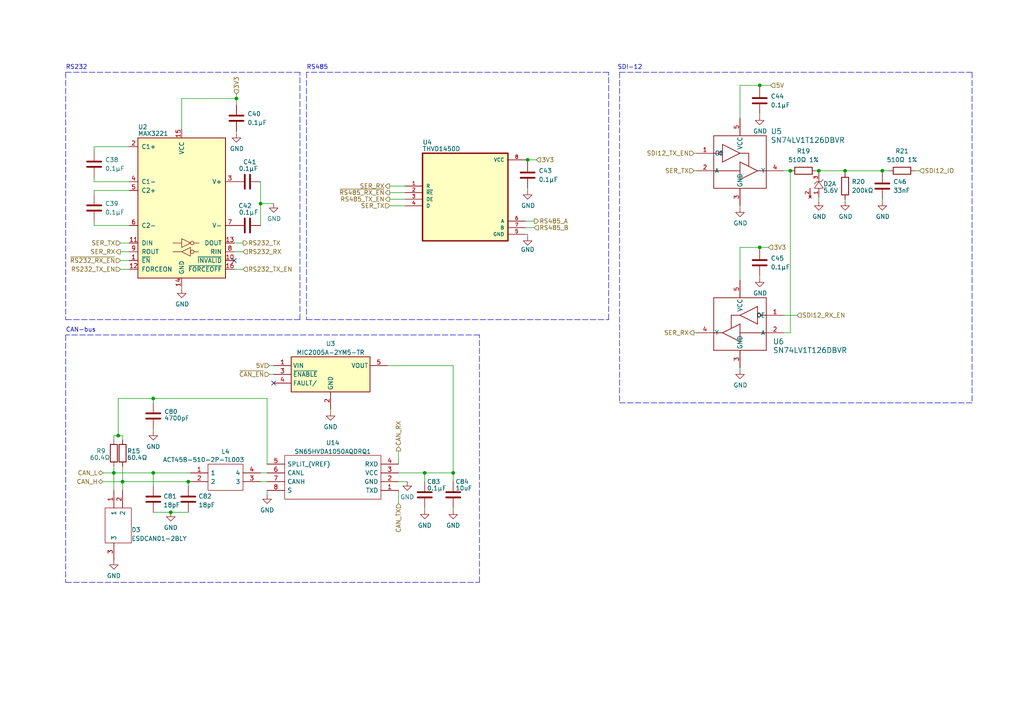
<source format=kicad_sch>
(kicad_sch (version 20211123) (generator eeschema)
  (paper "A4")
  (title_block (title "Walter Feels") (date "2025-02-12") (rev "2.4") (company "DPTechnics BV") (comment 1 "Checked by: Jonas Maes") (comment 2 "Engineer: Daan Pape") (comment 3 "License: GPLv3"))
  (lib_symbols
    (symbol "2023-06-15_10-28-39:SN74LVC1G125DBVR" (pin_names (offset 0.254))
      (property "Reference" "U5" (at 8.89 8.89 0))
      (property "Value" "SN74LV1T126DBVR" (at 8.89 6.35 0))
      (symbol "SN74LVC1G125DBVR_0_1"
        (circle (center -5.588 2.54) (radius 0.4826) (stroke (width 0.2032)))
        (polyline (pts (xy -7.62 -7.62) (xy 7.62 -7.62)) (stroke (width 0.2032)))
        (polyline (pts (xy -7.62 7.62) (xy -7.62 -7.62)) (stroke (width 0.2032)))
        (polyline (pts (xy -6.096 2.54) (xy -7.62 2.54)) (stroke (width 0.2032)))
        (polyline (pts (xy -5.08 0) (xy -5.08 5.08)) (stroke (width 0.2032)))
        (polyline (pts (xy -5.08 5.08) (xy 0 2.54)) (stroke (width 0.2032)))
        (polyline (pts (xy 0 -5.08) (xy 0 0)) (stroke (width 0.2032)))
        (polyline (pts (xy 0 -2.54) (xy -7.62 -2.54)) (stroke (width 0.2032)))
        (polyline (pts (xy 0 0) (xy 5.08 -2.54)) (stroke (width 0.2032)))
        (polyline (pts (xy 0 2.54) (xy -5.08 0)) (stroke (width 0.2032)))
        (polyline (pts (xy 0 2.54) (xy 2.54 2.54)) (stroke (width 0.2032)))
        (polyline (pts (xy 2.54 2.54) (xy 2.54 -1.1176)) (stroke (width 0.2032)))
        (polyline (pts (xy 5.08 -2.54) (xy 0 -5.08)) (stroke (width 0.2032)))
        (polyline (pts (xy 5.08 -2.54) (xy 7.62 -2.54)) (stroke (width 0.2032)))
        (polyline (pts (xy 7.62 -7.62) (xy 7.62 7.62)) (stroke (width 0.2032)))
        (polyline (pts (xy 7.62 7.62) (xy -7.62 7.62)) (stroke (width 0.2032)))
        (pin input line (at -12.7 2.54 0) (length 5.08) (name "OE") (number "1"))
        (pin input line (at -12.7 -2.54 0) (length 5.08) (name "A") (number "2"))
        (pin power_in line (at 0 -12.7 90) (length 5.08) (name "GND") (number "3"))
        (pin tri_state line (at 12.7 -2.54 180) (length 5.08) (name "Y") (number "4"))
        (pin power_in line (at 0 12.7 270) (length 5.08) (name "VCC") (number "5"))
      )
    )
    (symbol "ACT45B-510-2P-TL003:ACT45B-510-2P-TL003" (pin_names (offset 0.762))
      (property "Reference" "FL" (at 16.51 7.62 0))
      (property "Value" "ACT45B-510-2P-TL003" (at 16.51 5.08 0))
      (symbol "ACT45B-510-2P-TL003_0_0"
        (pin passive line (at 0 0 0) (length 5.08) (name "1") (number "1"))
        (pin passive line (at 0 -2.54 0) (length 5.08) (name "2") (number "2"))
        (pin passive line (at 20.32 -2.54 180) (length 5.08) (name "3") (number "3"))
        (pin passive line (at 20.32 0 180) (length 5.08) (name "4") (number "4"))
      )
      (symbol "ACT45B-510-2P-TL003_0_1"
        (polyline (pts (xy 5.08 2.54) (xy 15.24 2.54) (xy 15.24 -5.08) (xy 5.08 -5.08) (xy 5.08 2.54)) (stroke (width 0.1524)))
      )
    )
    (symbol "BZX84C5V6LT1G:BZX84C5V6LT1G" (pin_names (offset 1.016))
      (property "Reference" "D2" (at 1.27 -4.445 90))
      (property "Value" "5.6V" (at 1.27 -6.35 90))
      (symbol "BZX84C5V6LT1G_1_1"
        (polyline (pts (xy 1.905 1.27) (xy 2.54 0.635)))
        (polyline (pts (xy 2.54 -0.635) (xy 3.175 -1.27)))
        (polyline (pts (xy 2.54 0.635) (xy 2.54 -0.635)))
        (polyline (pts (xy 2.54 0) (xy 4.445 -1.27) (xy 4.445 1.27) (xy 2.54 0)))
        (pin passive line (at 6.985 0 180) (length 2.54) (name "A") (number "1"))
        (pin no_connect line (at 6.985 -2.54 180) (length 2.54) (name "NC") (number "2"))
        (pin passive line (at 0 0 0) (length 2.54) (name "K") (number "3"))
      )
      (symbol "BZX84C5V6LT1G_2_1"
        (rectangle (start -10.16 2.54) (end -2.54 -2.54) (fill (type background)))
        (pin passive line (at 0 0 180) (length 2.54) (name "NC") (number "2"))
      )
    )
    (symbol "Device:C" (pin_numbers hide) (pin_names (offset 0.254))
      (property "Reference" "C" (at 0.635 2.54 0))
      (property "Value" "C" (at 0.635 -2.54 0))
      (symbol "C_0_1"
        (polyline (pts (xy -2.032 -0.762) (xy 2.032 -0.762)) (stroke (width 0.508)))
        (polyline (pts (xy -2.032 0.762) (xy 2.032 0.762)) (stroke (width 0.508)))
      )
      (symbol "C_1_1"
        (pin passive line (at 0 3.81 270) (length 2.794) (name "~") (number "1"))
        (pin passive line (at 0 -3.81 90) (length 2.794) (name "~") (number "2"))
      )
    )
    (symbol "Device:R" (pin_numbers hide) (pin_names (offset 0))
      (property "Reference" "R" (at 2.032 0 90))
      (property "Value" "R" (at 0 0 90))
      (symbol "R_0_1"
        (rectangle (start -1.016 -2.54) (end 1.016 2.54) (stroke (width 0.254)))
      )
      (symbol "R_1_1"
        (pin passive line (at 0 3.81 270) (length 1.27) (name "~") (number "1"))
        (pin passive line (at 0 -3.81 90) (length 1.27) (name "~") (number "2"))
      )
    )
    (symbol "ESDCAN01-2BLY:ESDCAN01-2BLY" (pin_names (offset 0.762))
      (property "Reference" "D" (at 16.51 7.62 0))
      (property "Value" "ESDCAN01-2BLY" (at 16.51 5.08 0))
      (symbol "ESDCAN01-2BLY_0_0"
        (pin passive line (at 0 0 0) (length 5.08) (name "1") (number "1"))
        (pin passive line (at 0 -2.54 0) (length 5.08) (name "2") (number "2"))
        (pin passive line (at 20.32 0 180) (length 5.08) (name "3") (number "3"))
      )
      (symbol "ESDCAN01-2BLY_0_1"
        (polyline (pts (xy 5.08 2.54) (xy 15.24 2.54) (xy 15.24 -5.08) (xy 5.08 -5.08) (xy 5.08 2.54)) (stroke (width 0.1524)))
      )
    )
    (symbol "Interface_UART:MAX3221" (pin_names (offset 1.016))
      (property "Reference" "U" (at -10.16 21.59 0))
      (property "Value" "MAX3221" (at 12.7 21.59 0))
      (symbol "MAX3221_0_1"
        (rectangle (start -12.7 -20.32) (end 12.7 20.32) (stroke (width 0.254)) (fill (type background)))
        (polyline (pts (xy -2.54 -12.7) (xy 0 -12.7) (xy 0 -12.7)))
        (polyline (pts (xy -2.54 -10.16) (xy 0 -10.16) (xy 0 -10.16)))
        (polyline (pts (xy 3.556 -12.7) (xy 4.826 -12.7) (xy 4.826 -12.7)))
        (polyline (pts (xy 3.556 -10.16) (xy 5.08 -10.16) (xy 5.08 -10.16)))
        (polyline (pts (xy 2.54 -11.43) (xy 2.54 -13.97) (xy 0 -12.7) (xy 2.54 -11.43) (xy 2.54 -11.43)))
        (polyline (pts (xy 0 -11.43) (xy 0 -8.89) (xy 2.54 -10.16) (xy 0 -11.43) (xy 0 -11.43) (xy 0 -11.43)))
        (circle (center 3.048 -12.7) (radius 0.508))
        (circle (center 3.048 -10.16) (radius 0.508))
      )
      (symbol "MAX3221_1_1"
        (pin input line (at -15.24 -15.24 0) (length 2.54) (name "~{EN}") (number "1"))
        (pin output line (at 15.24 -15.24 180) (length 2.54) (name "~{INVALID}") (number "10"))
        (pin input line (at -15.24 -10.16 0) (length 2.54) (name "DIN") (number "11"))
        (pin input line (at -15.24 -17.78 0) (length 2.54) (name "FORCEON") (number "12"))
        (pin output line (at 15.24 -10.16 180) (length 2.54) (name "DOUT") (number "13"))
        (pin power_in line (at 0 -22.86 90) (length 2.54) (name "GND") (number "14"))
        (pin power_in line (at 0 22.86 270) (length 2.54) (name "VCC") (number "15"))
        (pin input line (at 15.24 -17.78 180) (length 2.54) (name "~{FORCEOFF}") (number "16"))
        (pin passive line (at -15.24 17.78 0) (length 2.54) (name "C1+") (number "2"))
        (pin power_out line (at 15.24 7.62 180) (length 2.54) (name "V+") (number "3"))
        (pin passive line (at -15.24 7.62 0) (length 2.54) (name "C1-") (number "4"))
        (pin passive line (at -15.24 5.08 0) (length 2.54) (name "C2+") (number "5"))
        (pin passive line (at -15.24 -5.08 0) (length 2.54) (name "C2-") (number "6"))
        (pin power_out line (at 15.24 -5.08 180) (length 2.54) (name "V-") (number "7"))
        (pin input line (at 15.24 -12.7 180) (length 2.54) (name "RIN") (number "8"))
        (pin output line (at -15.24 -12.7 0) (length 2.54) (name "ROUT") (number "9"))
      )
    )
    (symbol "MIC2005A-2YM5-TR:MIC2005A-2YM5-TR"
      (property "Reference" "U3" (at 0 8.89 0))
      (property "Value" "MIC2005A-2YM5-TR" (at 0 6.35 0))
      (symbol "MIC2005A-2YM5-TR_1_1"
        (rectangle (start -11.43 5.08) (end 11.43 -5.08) (stroke (width 0.254)) (fill (type background)))
        (pin passive line (at -16.51 2.54 0) (length 5.08) (name "VIN") (number "1"))
        (pin passive line (at 0 -10.16 90) (length 5.08) (name "GND") (number "2"))
        (pin passive line (at -16.51 0 0) (length 5.08) (name "~{ENABLE}") (number "3"))
        (pin passive line (at -16.51 -2.54 0) (length 5.08) (name "FAULT/") (number "4"))
        (pin passive line (at 16.51 2.54 180) (length 5.08) (name "VOUT") (number "5"))
      )
    )
    (symbol "SN65HVDA1050AQDRQ1:SN65HVDA1050AQDRQ1" (pin_names (offset 0.762))
      (property "Reference" "IC" (at 34.29 7.62 0))
      (property "Value" "SN65HVDA1050AQDRQ1" (at 34.29 5.08 0))
      (symbol "SN65HVDA1050AQDRQ1_0_0"
        (pin passive line (at 0 0 0) (length 5.08) (name "TXD") (number "1"))
        (pin passive line (at 0 -2.54 0) (length 5.08) (name "GND") (number "2"))
        (pin passive line (at 0 -5.08 0) (length 5.08) (name "VCC") (number "3"))
        (pin passive line (at 0 -7.62 0) (length 5.08) (name "RXD") (number "4"))
        (pin passive line (at 38.1 -7.62 180) (length 5.08) (name "SPLIT_(VREF)") (number "5"))
        (pin passive line (at 38.1 -5.08 180) (length 5.08) (name "CANL") (number "6"))
        (pin passive line (at 38.1 -2.54 180) (length 5.08) (name "CANH") (number "7"))
        (pin passive line (at 38.1 0 180) (length 5.08) (name "S") (number "8"))
      )
      (symbol "SN65HVDA1050AQDRQ1_0_1"
        (polyline (pts (xy 5.08 2.54) (xy 33.02 2.54) (xy 33.02 -10.16) (xy 5.08 -10.16) (xy 5.08 2.54)) (stroke (width 0.1524)))
      )
    )
    (symbol "SN74LVC1G125DBVR_1" (pin_names (offset 0.254))
      (property "Reference" "U6" (at 8.89 -5.715 0))
      (property "Value" "SN74LVC1G125DBVR_1" (at 8.89 -8.255 0))
      (symbol "SN74LVC1G125DBVR_1_0_1"
        (circle (center -5.588 2.54) (radius 0.4826) (stroke (width 0.2032)))
        (polyline (pts (xy -7.62 -7.62) (xy 7.62 -7.62)) (stroke (width 0.2032)))
        (polyline (pts (xy -7.62 7.62) (xy -7.62 -7.62)) (stroke (width 0.2032)))
        (polyline (pts (xy -6.096 2.54) (xy -7.62 2.54)) (stroke (width 0.2032)))
        (polyline (pts (xy -5.08 0) (xy -5.08 5.08)) (stroke (width 0.2032)))
        (polyline (pts (xy -5.08 5.08) (xy 0 2.54)) (stroke (width 0.2032)))
        (polyline (pts (xy 0 -5.08) (xy 0 0)) (stroke (width 0.2032)))
        (polyline (pts (xy 0 -2.54) (xy -7.62 -2.54)) (stroke (width 0.2032)))
        (polyline (pts (xy 0 0) (xy 5.08 -2.54)) (stroke (width 0.2032)))
        (polyline (pts (xy 0 2.54) (xy -5.08 0)) (stroke (width 0.2032)))
        (polyline (pts (xy 0 2.54) (xy 2.54 2.54)) (stroke (width 0.2032)))
        (polyline (pts (xy 2.54 2.54) (xy 2.54 -1.1176)) (stroke (width 0.2032)))
        (polyline (pts (xy 5.08 -2.54) (xy 0 -5.08)) (stroke (width 0.2032)))
        (polyline (pts (xy 5.08 -2.54) (xy 7.62 -2.54)) (stroke (width 0.2032)))
        (polyline (pts (xy 7.62 -7.62) (xy 7.62 7.62)) (stroke (width 0.2032)))
        (polyline (pts (xy 7.62 7.62) (xy -7.62 7.62)) (stroke (width 0.2032)))
        (pin input line (at -12.7 2.54 0) (length 5.08) (name "OE") (number "1"))
        (pin input line (at -12.7 -2.54 0) (length 5.08) (name "A") (number "2"))
        (pin power_in line (at 0 -12.7 90) (length 5.08) (name "GND") (number "3"))
        (pin tri_state line (at 12.7 -2.54 180) (length 5.08) (name "Y") (number "4"))
        (pin power_in line (at 0 12.7 270) (length 5.08) (name "VCC") (number "5"))
      )
    )
    (symbol "THVD1450D:THVD1450D" (pin_names (offset 1.016))
      (property "Reference" "U4" (at -12.065 24.13 0))
      (property "Value" "THVD1450D" (at -12.065 22.225 0))
      (symbol "THVD1450D_0_0"
        (rectangle (start -12.065 20.955) (end 12.7 -4.445) (stroke (width 0.41)) (fill (type background)))
        (pin bidirectional line (at -17.145 11.43 0) (length 5.08) (name "R") (number "1"))
        (pin bidirectional line (at -17.145 9.525 0) (length 5.08) (name "~{RE}") (number "2"))
        (pin bidirectional line (at -17.145 7.62 0) (length 5.08) (name "DE") (number "3"))
        (pin bidirectional line (at -17.145 5.715 0) (length 5.08) (name "D") (number "4"))
        (pin power_in line (at 17.78 -2.54 180) (length 5.08) (name "GND") (number "5"))
        (pin bidirectional line (at 17.78 1.27 180) (length 5.08) (name "A") (number "6"))
        (pin bidirectional line (at 17.78 -0.635 180) (length 5.08) (name "B") (number "7"))
        (pin power_in line (at 17.78 19.05 180) (length 5.08) (name "VCC") (number "8"))
      )
    )
    (symbol "power:GND" (power) (pin_names (offset 0))
      (property "Value" "GND" (at 0 -3.81 0))
      (symbol "GND_0_1"
        (polyline (pts (xy 0 0) (xy 0 -1.27) (xy 1.27 -1.27) (xy 0 -2.54) (xy -1.27 -1.27) (xy 0 -1.27)))
      )
      (symbol "GND_1_1"
        (pin power_in line (at 0 0 270) (length 0) hide (name "GND") (number "1"))
      )
    )
  )
  (junction (at 68.58 28.575))
  (junction (at 34.29 126.365))
  (junction (at 245.11 49.53))
  (junction (at 237.49 49.53))
  (junction (at 123.19 137.16))
  (junction (at 131.445 137.16))
  (junction (at 220.345 71.755))
  (junction (at 229.235 49.53))
  (junction (at 44.45 115.57))
  (junction (at 153.035 46.355))
  (junction (at 49.53 148.59))
  (junction (at 255.905 49.53))
  (junction (at 75.565 59.055))
  (junction (at 44.45 137.16))
  (junction (at 220.345 24.765))
  (junction (at 35.56 139.7))
  (junction (at 54.61 139.7))
  (junction (at 33.02 137.16))
  (no_connect (at 79.375 111.125))
  (no_connect (at 67.945 75.565))
  (wire (pts (xy 34.925 73.025) (xy 37.465 73.025)))
  (wire (pts (xy 77.47 143.51) (xy 77.47 142.24)))
  (polyline (pts (xy 281.94 20.955) (xy 281.94 116.84)))
  (wire (pts (xy 153.035 46.355) (xy 155.575 46.355)))
  (wire (pts (xy 245.11 58.42) (xy 245.11 57.785)))
  (wire (pts (xy 123.19 137.16) (xy 123.19 139.7)))
  (wire (pts (xy 214.63 71.755) (xy 220.345 71.755)))
  (wire (pts (xy 113.03 57.785) (xy 117.475 57.785)))
  (wire (pts (xy 227.33 49.53) (xy 229.235 49.53)))
  (wire (pts (xy 220.345 24.765) (xy 223.52 24.765)))
  (wire (pts (xy 70.485 73.025) (xy 67.945 73.025)))
  (wire (pts (xy 201.295 49.53) (xy 201.93 49.53)))
  (wire (pts (xy 123.19 147.955) (xy 123.19 147.32)))
  (wire (pts (xy 131.445 106.045) (xy 131.445 137.16)))
  (wire (pts (xy 115.57 137.16) (xy 123.19 137.16)))
  (polyline (pts (xy 176.53 92.71) (xy 176.53 20.955)))
  (wire (pts (xy 237.49 49.53) (xy 237.49 50.165)))
  (wire (pts (xy 236.855 49.53) (xy 237.49 49.53)))
  (wire (pts (xy 75.565 59.055) (xy 75.565 65.405)))
  (wire (pts (xy 255.905 50.165) (xy 255.905 49.53)))
  (wire (pts (xy 113.03 53.975) (xy 117.475 53.975)))
  (wire (pts (xy 237.49 49.53) (xy 245.11 49.53)))
  (wire (pts (xy 255.905 49.53) (xy 257.81 49.53)))
  (polyline (pts (xy 179.705 20.955) (xy 179.705 116.84)))
  (wire (pts (xy 113.03 55.88) (xy 117.475 55.88)))
  (wire (pts (xy 75.565 137.16) (xy 77.47 137.16)))
  (wire (pts (xy 34.29 126.365) (xy 34.29 115.57)))
  (polyline (pts (xy 281.94 116.84) (xy 179.705 116.84)))
  (wire (pts (xy 68.58 38.735) (xy 68.58 38.1)))
  (wire (pts (xy 245.11 49.53) (xy 255.905 49.53)))
  (wire (pts (xy 78.105 106.045) (xy 79.375 106.045)))
  (wire (pts (xy 152.4 67.945) (xy 153.035 67.945)))
  (wire (pts (xy 77.47 115.57) (xy 77.47 134.62)))
  (wire (pts (xy 55.245 137.16) (xy 44.45 137.16)))
  (wire (pts (xy 52.705 28.575) (xy 68.58 28.575)))
  (wire (pts (xy 35.56 126.365) (xy 35.56 127.635)))
  (wire (pts (xy 214.63 24.765) (xy 220.345 24.765)))
  (wire (pts (xy 214.63 60.325) (xy 214.63 59.69)))
  (wire (pts (xy 44.45 115.57) (xy 44.45 116.84)))
  (wire (pts (xy 68.58 28.575) (xy 68.58 30.48)))
  (wire (pts (xy 33.02 135.255) (xy 33.02 137.16)))
  (polyline (pts (xy 139.065 168.91) (xy 139.065 97.155)))
  (wire (pts (xy 44.45 137.16) (xy 44.45 140.97)))
  (wire (pts (xy 153.035 54.61) (xy 153.035 55.245)))
  (wire (pts (xy 27.305 52.705) (xy 27.305 51.435)))
  (wire (pts (xy 34.29 126.365) (xy 35.56 126.365)))
  (wire (pts (xy 77.47 115.57) (xy 44.45 115.57)))
  (wire (pts (xy 115.57 139.7) (xy 118.11 139.7)))
  (wire (pts (xy 201.295 44.45) (xy 201.93 44.45)))
  (wire (pts (xy 115.57 146.05) (xy 115.57 142.24)))
  (polyline (pts (xy 179.705 20.955) (xy 281.94 20.955)))
  (polyline (pts (xy 176.53 20.955) (xy 88.9 20.955)))
  (wire (pts (xy 68.58 27.305) (xy 68.58 28.575)))
  (wire (pts (xy 49.53 148.59) (xy 54.61 148.59)))
  (wire (pts (xy 123.19 137.16) (xy 131.445 137.16)))
  (wire (pts (xy 52.705 37.465) (xy 52.705 28.575)))
  (wire (pts (xy 75.565 139.7) (xy 77.47 139.7)))
  (wire (pts (xy 29.845 139.7) (xy 35.56 139.7)))
  (wire (pts (xy 229.235 49.53) (xy 229.235 96.52)))
  (wire (pts (xy 214.63 107.315) (xy 214.63 106.68)))
  (wire (pts (xy 214.63 34.29) (xy 214.63 24.765)))
  (wire (pts (xy 54.61 140.97) (xy 54.61 139.7)))
  (polyline (pts (xy 19.05 92.71) (xy 86.995 92.71)))
  (polyline (pts (xy 19.05 168.91) (xy 139.065 168.91)))
  (wire (pts (xy 220.345 72.39) (xy 220.345 71.755)))
  (wire (pts (xy 131.445 137.16) (xy 131.445 139.7)))
  (wire (pts (xy 33.02 137.16) (xy 44.45 137.16)))
  (polyline (pts (xy 88.9 20.955) (xy 88.9 92.71)))
  (wire (pts (xy 214.63 71.755) (xy 214.63 81.28)))
  (wire (pts (xy 245.11 50.165) (xy 245.11 49.53)))
  (polyline (pts (xy 19.05 97.155) (xy 19.05 168.91)))
  (wire (pts (xy 95.885 118.745) (xy 95.885 119.38)))
  (wire (pts (xy 153.035 67.945) (xy 153.035 68.58)))
  (wire (pts (xy 52.705 83.82) (xy 52.705 83.185)))
  (wire (pts (xy 255.905 58.42) (xy 255.905 57.785)))
  (wire (pts (xy 29.845 137.16) (xy 33.02 137.16)))
  (wire (pts (xy 37.465 65.405) (xy 27.305 65.405)))
  (wire (pts (xy 78.105 108.585) (xy 79.375 108.585)))
  (wire (pts (xy 115.57 130.81) (xy 115.57 134.62)))
  (wire (pts (xy 201.295 96.52) (xy 201.93 96.52)))
  (wire (pts (xy 44.45 125.095) (xy 44.45 124.46)))
  (wire (pts (xy 153.035 46.355) (xy 153.035 46.99)))
  (wire (pts (xy 33.02 127.635) (xy 33.02 126.365)))
  (wire (pts (xy 33.02 126.365) (xy 34.29 126.365)))
  (polyline (pts (xy 86.995 20.955) (xy 19.05 20.955)))
  (wire (pts (xy 67.945 78.105) (xy 70.485 78.105)))
  (polyline (pts (xy 19.05 20.955) (xy 19.05 92.71)))
  (wire (pts (xy 27.305 43.815) (xy 27.305 42.545)))
  (wire (pts (xy 220.345 80.645) (xy 220.345 80.01)))
  (wire (pts (xy 35.56 139.7) (xy 35.56 142.24)))
  (wire (pts (xy 37.465 52.705) (xy 27.305 52.705)))
  (wire (pts (xy 152.4 66.04) (xy 154.94 66.04)))
  (wire (pts (xy 220.345 24.765) (xy 220.345 25.4)))
  (wire (pts (xy 152.4 64.135) (xy 154.94 64.135)))
  (wire (pts (xy 113.03 59.69) (xy 117.475 59.69)))
  (wire (pts (xy 27.305 42.545) (xy 37.465 42.545)))
  (wire (pts (xy 131.445 147.955) (xy 131.445 147.32)))
  (wire (pts (xy 27.305 55.245) (xy 37.465 55.245)))
  (wire (pts (xy 220.345 33.02) (xy 220.345 33.655)))
  (wire (pts (xy 152.4 46.355) (xy 153.035 46.355)))
  (wire (pts (xy 67.945 70.485) (xy 70.485 70.485)))
  (wire (pts (xy 265.43 49.53) (xy 266.7 49.53)))
  (polyline (pts (xy 139.065 97.155) (xy 19.05 97.155)))
  (wire (pts (xy 75.565 52.705) (xy 75.565 59.055)))
  (wire (pts (xy 27.305 55.245) (xy 27.305 56.515)))
  (wire (pts (xy 44.45 148.59) (xy 49.53 148.59)))
  (wire (pts (xy 27.305 64.135) (xy 27.305 65.405)))
  (wire (pts (xy 227.33 96.52) (xy 229.235 96.52)))
  (wire (pts (xy 34.29 115.57) (xy 44.45 115.57)))
  (wire (pts (xy 35.56 139.7) (xy 54.61 139.7)))
  (polyline (pts (xy 86.995 92.71) (xy 86.995 20.955)))
  (wire (pts (xy 54.61 139.7) (xy 55.245 139.7)))
  (wire (pts (xy 220.345 71.755) (xy 222.885 71.755)))
  (polyline (pts (xy 88.9 92.71) (xy 176.53 92.71)))
  (wire (pts (xy 34.925 70.485) (xy 37.465 70.485)))
  (wire (pts (xy 112.395 106.045) (xy 131.445 106.045)))
  (wire (pts (xy 79.375 59.055) (xy 75.565 59.055)))
  (wire (pts (xy 34.925 78.105) (xy 37.465 78.105)))
  (wire (pts (xy 227.33 91.44) (xy 231.14 91.44)))
  (wire (pts (xy 33.02 137.16) (xy 33.02 142.24)))
  (wire (pts (xy 35.56 135.255) (xy 35.56 139.7)))
  (wire (pts (xy 34.925 75.565) (xy 37.465 75.565)))
  (wire (pts (xy 237.49 58.42) (xy 237.49 57.15)))
  (text "CAN-bus" (at 19.05 96.52 0) (effects (font (size 1.27 1.27)) (justify left bottom)))
  (text "RS232" (at 19.05 20.32 0) (effects (font (size 1.27 1.27)) (justify left bottom)))
  (text "SDI-12\n" (at 179.07 20.32 0) (effects (font (size 1.27 1.27)) (justify left bottom)))
  (text "RS485" (at 88.9 20.32 0) (effects (font (size 1.27 1.27)) (justify left bottom)))
  (hierarchical_label "~{CAN_EN}" (shape input) (at 78.105 108.585 180))
  (hierarchical_label "RS485_TX_EN" (shape output) (at 113.03 57.785 180))
  (hierarchical_label "~{RS232_RX_EN}" (shape input) (at 34.925 75.565 180))
  (hierarchical_label "CAN_H" (shape bidirectional) (at 29.845 139.7 180))
  (hierarchical_label "CAN_L" (shape bidirectional) (at 29.845 137.16 180))
  (hierarchical_label "SER_TX" (shape input) (at 113.03 59.69 180))
  (hierarchical_label "RS485_B" (shape input) (at 154.94 66.04 0))
  (hierarchical_label "5V" (shape input) (at 78.105 106.045 180))
  (hierarchical_label "3V3" (shape input) (at 68.58 27.305 90))
  (hierarchical_label "SER_RX" (shape output) (at 34.925 73.025 180))
  (hierarchical_label "SER_RX" (shape output) (at 113.03 53.975 180))
  (hierarchical_label "3V3" (shape input) (at 155.575 46.355 0))
  (hierarchical_label "3V3" (shape input) (at 222.885 71.755 0))
  (hierarchical_label "SER_TX" (shape input) (at 34.925 70.485 180))
  (hierarchical_label "5V" (shape input) (at 223.52 24.765 0))
  (hierarchical_label "~{RS485_RX_EN}" (shape output) (at 113.03 55.88 180))
  (hierarchical_label "CAN_RX" (shape output) (at 115.57 130.81 90))
  (hierarchical_label "SDI12_IO" (shape input) (at 266.7 49.53 0))
  (hierarchical_label "CAN_TX" (shape input) (at 115.57 146.05 270))
  (hierarchical_label "RS232_TX_EN" (shape input) (at 70.485 78.105 0))
  (hierarchical_label "RS485_A" (shape output) (at 154.94 64.135 0))
  (hierarchical_label "RS232_TX_EN" (shape input) (at 34.925 78.105 180))
  (hierarchical_label "SDI12_TX_EN" (shape input) (at 201.295 44.45 180))
  (hierarchical_label "SDI12_RX_EN" (shape input) (at 231.14 91.44 0))
  (hierarchical_label "RS232_TX" (shape output) (at 70.485 70.485 0))
  (hierarchical_label "SER_RX" (shape output) (at 201.295 96.52 180))
  (hierarchical_label "SER_TX" (shape input) (at 201.295 49.53 180))
  (hierarchical_label "RS232_RX" (shape input) (at 70.485 73.025 0))
  (symbol (lib_id "2023-06-15_10-28-39:SN74LVC1G125DBVR") (at 214.63 46.99 0) (unit 1)
    (property "Reference" "U5" (at 223.52 38.1 0) (effects (font (size 1.524 1.524)) (justify left)))
    (property "Value" "SN74LV1T126DBVR" (at 223.52 40.64 0) (effects (font (size 1.524 1.524)) (justify left)))
    (property "Footprint" "SN74LVC1G125DBVR:DBV0005A_N" (effects hide))
    (property "Datasheet" "SN74LV1T126DBVR" (effects hide))
    (property "JLCPCB" "C2440228" (effects hide))
  )
  (symbol (lib_id "power:GND") (at 79.375 59.055 0) (unit 1)
    (property "Reference" "#PWR058" (effects hide))
    (property "Value" "GND" (at 79.502 63.4492 0))
  )
  (symbol (lib_id "power:GND") (at 33.02 162.56 0) (unit 1)
    (property "Reference" "#PWR09" (effects hide))
    (property "Value" "GND" (at 33.02 167.0034 0))
  )
  (symbol (lib_id "Device:C") (at 153.035 50.8 0) (unit 1)
    (property "Reference" "C43" (at 156.21 49.53 0) (effects (justify left)))
    (property "Value" "0.1µF" (at 156.21 52.07 0) (effects (justify left)))
    (property "Footprint" "Capacitor_SMD:C_0603_1608Metric" (effects hide))
    (property "JLCPCB" "C14663" (effects hide))
  )
  (symbol (lib_id "Device:C") (at 44.45 120.65 0) (unit 1)
    (property "Reference" "C80" (at 47.625 119.38 0) (effects (justify left)))
    (property "Value" "4700pF" (at 47.625 121.285 0) (effects (justify left)))
    (property "Footprint" "Capacitor_SMD:C_0603_1608Metric" (effects hide))
    (property "JLCPCB" "C53987" (effects hide))
  )
  (symbol (lib_id "Device:C") (at 27.305 47.625 0) (unit 1)
    (property "Reference" "C38" (at 30.48 46.355 0) (effects (justify left)))
    (property "Value" "0.1µF" (at 30.48 48.895 0) (effects (justify left)))
    (property "Footprint" "Capacitor_SMD:C_0603_1608Metric" (effects hide))
    (property "JLCPCB" "C14663" (effects hide))
  )
  (symbol (lib_id "Device:C") (at 131.445 143.51 0) (unit 1)
    (property "Reference" "C84" (at 132.08 139.7 0) (effects (justify left)))
    (property "Value" "10uF" (at 132.08 141.605 0) (effects (justify left)))
    (property "Footprint" "Capacitor_SMD:C_0603_1608Metric" (effects hide))
    (property "JLCPCB" "C19702" (effects hide))
  )
  (symbol (lib_id "power:GND") (at 153.035 55.245 0) (unit 1)
    (property "Reference" "#PWR060" (effects hide))
    (property "Value" "GND" (at 153.162 59.6392 0))
  )
  (symbol (lib_id "Device:C") (at 220.345 29.21 0) (unit 1)
    (property "Reference" "C44" (at 223.52 27.94 0) (effects (justify left)))
    (property "Value" "0.1µF" (at 223.52 30.48 0) (effects (justify left)))
    (property "Footprint" "Capacitor_SMD:C_0603_1608Metric" (effects hide))
    (property "JLCPCB" "C14663" (effects hide))
  )
  (symbol (lib_id "Device:C") (at 44.45 144.78 0) (unit 1)
    (property "Reference" "C81" (at 47.371 143.9453 0) (effects (justify left)))
    (property "Value" "18pF" (at 47.371 146.4822 0) (effects (justify left)))
    (property "Footprint" "Capacitor_SMD:C_0603_1608Metric" (effects hide))
    (property "JLCPCB" "C1647" (effects hide))
  )
  (symbol (lib_id "Device:R") (at 245.11 53.975 180) (unit 1)
    (property "Reference" "R20" (at 247.015 52.7049 0) (effects (justify right)))
    (property "Value" "200kΩ" (at 247.015 55.2449 0) (effects (justify right)))
    (property "Footprint" "Resistor_SMD:R_0603_1608Metric" (effects hide))
    (property "JLCPCB" "C25811" (effects hide))
  )
  (symbol (lib_id "power:GND") (at 220.345 33.655 0) (unit 1)
    (property "Reference" "#PWR064" (effects hide))
    (property "Value" "GND" (at 220.472 38.0492 0))
  )
  (symbol (lib_id "power:GND") (at 68.58 38.735 0) (unit 1)
    (property "Reference" "#PWR057" (effects hide))
    (property "Value" "GND" (at 68.707 43.1292 0))
  )
  (symbol (lib_id "power:GND") (at 77.47 143.51 0) (unit 1)
    (property "Reference" "#PWR055" (effects hide))
    (property "Value" "GND" (at 77.47 147.9534 0))
  )
  (symbol (lib_id "Device:C") (at 255.905 53.975 0) (unit 1)
    (property "Reference" "C46" (at 259.08 52.705 0) (effects (justify left)))
    (property "Value" "33nF" (at 259.08 55.245 0) (effects (justify left)))
    (property "Footprint" "Capacitor_SMD:C_0603_1608Metric" (effects hide))
    (property "JLCPCB" "C21117" (effects hide))
  )
  (symbol (lib_id "Device:C") (at 68.58 34.29 0) (unit 1)
    (property "Reference" "C40" (at 71.755 33.02 0) (effects (justify left)))
    (property "Value" "0.1µF" (at 71.755 35.56 0) (effects (justify left)))
    (property "Footprint" "Capacitor_SMD:C_0603_1608Metric" (effects hide))
    (property "JLCPCB" "C14663" (effects hide))
  )
  (symbol (lib_id "Device:C") (at 123.19 143.51 0) (unit 1)
    (property "Reference" "C83" (at 123.825 139.7 0) (effects (justify left)))
    (property "Value" "0.1µF" (at 123.825 141.605 0) (effects (justify left)))
    (property "Footprint" "Capacitor_SMD:C_0603_1608Metric" (effects hide))
    (property "JLCPCB" "C14663" (effects hide))
  )
  (symbol (lib_id "power:GND") (at 123.19 147.955 0) (unit 1)
    (property "Reference" "#PWR072" (effects hide))
    (property "Value" "GND" (at 123.19 152.3984 0))
  )
  (symbol (lib_id "Device:C") (at 27.305 60.325 0) (unit 1)
    (property "Reference" "C39" (at 30.48 59.055 0) (effects (justify left)))
    (property "Value" "0.1µF" (at 30.48 61.595 0) (effects (justify left)))
    (property "Footprint" "Capacitor_SMD:C_0603_1608Metric" (effects hide))
    (property "JLCPCB" "C14663" (effects hide))
  )
  (symbol (lib_id "power:GND") (at 255.905 58.42 0) (unit 1)
    (property "Reference" "#PWR068" (effects hide))
    (property "Value" "GND" (at 256.032 62.8142 0))
  )
  (symbol (lib_id "power:GND") (at 49.53 148.59 0) (unit 1)
    (property "Reference" "#PWR011" (effects hide))
    (property "Value" "GND" (at 49.53 153.0334 0))
  )
  (symbol (lib_id "Interface_UART:MAX3221") (at 52.705 60.325 0) (unit 1)
    (property "Reference" "U2" (at 40.005 36.83 0) (effects (justify left)))
    (property "Value" "MAX3221" (at 40.005 38.735 0) (effects (justify left)))
    (property "Footprint" "MAX3221CUE+:SOP65P640X110-16N" (effects hide))
    (property "Datasheet" "http://www.ti.com/lit/ds/symlink/max3221.pdf" (effects hide))
    (property "JLCPCB" "C44383" (effects hide))
    (property "Partno" "MAX3221IPWR" (effects hide))
  )
  (symbol (lib_id "ESDCAN01-2BLY:ESDCAN01-2BLY") (at 33.02 142.24 90) (mirror x) (unit 1)
    (property "Reference" "D3" (at 38.1 153.67 90) (effects (justify right)))
    (property "Value" "ESDCAN01-2BLY" (at 38.1 156.21 90) (effects (justify right)))
    (property "Footprint" "ESDCAN01-2BLY:SOT95P255X150-3N" (effects hide))
    (property "Datasheet" "https://componentsearchengine.com/Datasheets/2/ESDCAN01-2BLY.pdf" (effects hide))
    (property "JLCPCB" "C1976606" (effects hide))
    (property "PAGE" "DPESDCAN01" (effects hide))
  )
  (symbol (lib_id "Device:C") (at 220.345 76.2 0) (unit 1)
    (property "Reference" "C45" (at 223.52 74.93 0) (effects (justify left)))
    (property "Value" "0.1µF" (at 223.52 77.47 0) (effects (justify left)))
    (property "Footprint" "Capacitor_SMD:C_0603_1608Metric" (effects hide))
    (property "JLCPCB" "C14663" (effects hide))
  )
  (symbol (lib_id "power:GND") (at 214.63 107.315 0) (unit 1)
    (property "Reference" "#PWR063" (effects hide))
    (property "Value" "GND" (at 214.757 111.7092 0))
  )
  (symbol (lib_name "SN74LVC1G125DBVR_1") (lib_id "2023-06-15_10-28-39:SN74LVC1G125DBVR") (at 214.63 93.98 0) (mirror y) (unit 1)
    (property "Reference" "U6" (at 224.155 99.06 0) (effects (font (size 1.524 1.524)) (justify right)))
    (property "Value" "SN74LV1T126DBVR" (at 224.155 101.6 0) (effects (font (size 1.524 1.524)) (justify right)))
    (property "Footprint" "SN74LVC1G125DBVR:DBV0005A_N" (effects hide))
    (property "Datasheet" "SN74LV1T126DBVR" (effects hide))
    (property "JLCPCB" "C2440228" (effects hide))
  )
  (symbol (lib_id "power:GND") (at 118.11 139.7 0) (unit 1)
    (property "Reference" "#PWR071" (effects hide))
    (property "Value" "GND" (at 118.11 144.1434 0))
  )
  (symbol (lib_id "Device:C") (at 71.755 65.405 90) (unit 1)
    (property "Reference" "C42" (at 73.025 59.69 90) (effects (justify left)))
    (property "Value" "0.1µF" (at 74.93 61.595 90) (effects (justify left)))
    (property "Footprint" "Capacitor_SMD:C_0603_1608Metric" (effects hide))
    (property "JLCPCB" "C14663" (effects hide))
  )
  (symbol (lib_id "power:GND") (at 153.035 68.58 0) (unit 1)
    (property "Reference" "#PWR061" (effects hide))
    (property "Value" "GND" (at 153.035 72.39 0))
  )
  (symbol (lib_id "Device:C") (at 71.755 52.705 270) (unit 1)
    (property "Reference" "C41" (at 70.485 46.99 90) (effects (justify left)))
    (property "Value" "0.1µF" (at 69.215 48.895 90) (effects (justify left)))
    (property "Footprint" "Capacitor_SMD:C_0603_1608Metric" (effects hide))
    (property "JLCPCB" "C14663" (effects hide))
  )
  (symbol (lib_id "power:GND") (at 131.445 147.955 0) (unit 1)
    (property "Reference" "#PWR0120" (effects hide))
    (property "Value" "GND" (at 131.445 152.3984 0))
  )
  (symbol (lib_id "Device:R") (at 35.56 131.445 180) (unit 1)
    (property "Reference" "R15" (at 36.83 130.81 0) (effects (justify right)))
    (property "Value" "60.4Ω" (at 36.83 132.715 0) (effects (justify right)))
    (property "Footprint" "Resistor_SMD:R_0603_1608Metric" (effects hide))
    (property "JLCPCB" "C2933247" (effects hide))
  )
  (symbol (lib_id "Device:C") (at 54.61 144.78 0) (unit 1)
    (property "Reference" "C82" (at 57.531 143.9453 0) (effects (justify left)))
    (property "Value" "18pF" (at 57.531 146.4822 0) (effects (justify left)))
    (property "Footprint" "Capacitor_SMD:C_0603_1608Metric" (effects hide))
    (property "JLCPCB" "C1647" (effects hide))
  )
  (symbol (lib_id "power:GND") (at 245.11 58.42 0) (unit 1)
    (property "Reference" "#PWR067" (effects hide))
    (property "Value" "GND" (at 245.237 62.8142 0))
  )
  (symbol (lib_id "power:GND") (at 95.885 119.38 0) (unit 1)
    (property "Reference" "#PWR059" (effects hide))
    (property "Value" "GND" (at 95.885 123.8234 0))
  )
  (symbol (lib_id "ACT45B-510-2P-TL003:ACT45B-510-2P-TL003") (at 55.245 137.16 0) (unit 1)
    (property "Reference" "L4" (at 65.405 130.971 0))
    (property "Value" "ACT45B-510-2P-TL003" (at 59.055 133.35 0))
    (property "Footprint" "ACT45B-510-2P-TL003:ACT45B1012PTL003" (effects hide))
    (property "Datasheet" "https://product.tdk.com/system/files/dam/doc/product/emc/emc/cmf_cmc/catalog/cmf_automotive_signal_act45b_en.pdf" (effects hide))
    (property "JLCPCB" "C76584" (effects hide))
    (property "PAGE" "L51UHACT45B" (effects hide))
  )
  (symbol (lib_id "THVD1450D:THVD1450D") (at 134.62 65.405 0) (unit 1)
    (property "Reference" "U4" (at 122.555 41.275 0) (effects (justify left)))
    (property "Value" "THVD1450D" (at 122.555 43.18 0) (effects (justify left)))
    (property "Footprint" "THVD1450D:SOIC127P599X175-8N" (effects hide))
    (property "JLCPCB" "C2671361" (effects hide))
  )
  (symbol (lib_id "power:GND") (at 237.49 58.42 0) (unit 1)
    (property "Reference" "#PWR066" (effects hide))
    (property "Value" "GND" (at 237.617 62.8142 0))
  )
  (symbol (lib_id "MIC2005A-2YM5-TR:MIC2005A-2YM5-TR") (at 95.885 108.585 0) (unit 1)
    (property "Reference" "U3" (at 95.885 99.695 0))
    (property "Value" "MIC2005A-2YM5-TR" (at 95.885 102.235 0))
    (property "Footprint" "MIC2005A-2YM5-TR:MIC2005A-2YM5" (effects hide))
    (property "Datasheet" "https://www.farnell.com/datasheets/1670778.pdf" (effects hide))
    (property "JLCPCB" "C625654" (effects hide))
  )
  (symbol (lib_id "Device:R") (at 233.045 49.53 90) (unit 1)
    (property "Reference" "R19" (at 233.045 43.815 90))
    (property "Value" "510Ω 1%" (at 233.045 46.355 90))
    (property "Footprint" "Resistor_SMD:R_0603_1608Metric" (effects hide))
    (property "JLCPCB" "C23193" (effects hide))
  )
  (symbol (lib_id "SN65HVDA1050AQDRQ1:SN65HVDA1050AQDRQ1") (at 115.57 142.24 180) (unit 1)
    (property "Reference" "U14" (at 96.52 128.431 0))
    (property "Value" "SN65HVDA1050AQDRQ1" (at 96.52 130.9679 0))
    (property "Footprint" "SN65HVDA1050AQDRQ1:SOIC127P600X175-8N" (effects hide))
    (property "Datasheet" "http://www.ti.com/lit/gpn/sn65hvda1050a-q1" (effects hide))
    (property "JLCPCB" "C115764" (effects hide))
    (property "PAGE" "ICSN65HVDA1050A" (effects hide))
  )
  (symbol (lib_id "power:GND") (at 220.345 80.645 0) (unit 1)
    (property "Reference" "#PWR065" (effects hide))
    (property "Value" "GND" (at 220.472 85.0392 0))
  )
  (symbol (lib_id "Device:R") (at 33.02 131.445 180) (unit 1)
    (property "Reference" "R9" (at 27.94 130.81 0) (effects (justify right)))
    (property "Value" "60.4Ω" (at 26.035 132.715 0) (effects (justify right)))
    (property "Footprint" "Resistor_SMD:R_0603_1608Metric" (effects hide))
    (property "JLCPCB" "C2933247" (effects hide))
  )
  (symbol (lib_id "power:GND") (at 44.45 125.095 0) (unit 1)
    (property "Reference" "#PWR010" (effects hide))
    (property "Value" "GND" (at 44.45 129.5384 0))
  )
  (symbol (lib_id "power:GND") (at 214.63 60.325 0) (unit 1)
    (property "Reference" "#PWR062" (effects hide))
    (property "Value" "GND" (at 214.757 64.7192 0))
  )
  (symbol (lib_id "Device:R") (at 261.62 49.53 90) (unit 1)
    (property "Reference" "R21" (at 261.62 43.815 90))
    (property "Value" "510Ω 1%" (at 261.62 46.355 90))
    (property "Footprint" "Resistor_SMD:R_0603_1608Metric" (effects hide))
    (property "JLCPCB" "C23193" (effects hide))
  )
  (symbol (lib_id "power:GND") (at 52.705 83.82 0) (unit 1)
    (property "Reference" "#PWR056" (effects hide))
    (property "Value" "GND" (at 52.832 88.2142 0))
  )
  (symbol (lib_id "BZX84C5V6LT1G:BZX84C5V6LT1G") (at 237.49 50.165 270) (unit 1)
    (property "Reference" "D2" (at 238.76 53.34 90) (effects (justify left)))
    (property "Value" "5.6V" (at 238.76 55.245 90) (effects (justify left)))
    (property "Footprint" "BZX84C5V6LT1G:BZX84C5V6LT1G" (effects hide))
    (property "Datasheet" "http://www.onsemi.com/pub_link/Collateral/BZX84C2V4LT1-D.PDF" (effects hide))
    (property "JLCPCB" "C82471" (effects hide))
    (property "PartNo" "BZX84C5V6LT1G" (effects hide))
  )
)
</source>
